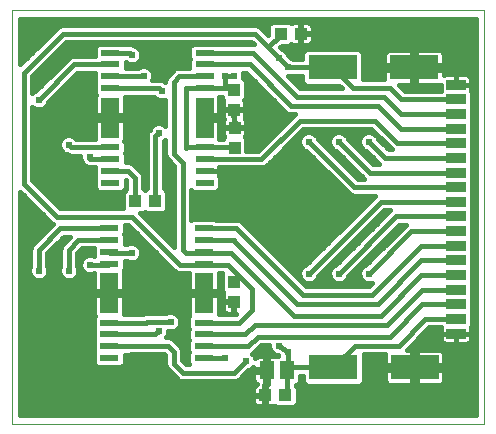
<source format=gtl>
G75*
%MOIN*%
%OFA0B0*%
%FSLAX24Y24*%
%IPPOS*%
%LPD*%
%AMOC8*
5,1,8,0,0,1.08239X$1,22.5*
%
%ADD10C,0.0000*%
%ADD11R,0.0394X0.0433*%
%ADD12R,0.0630X0.0197*%
%ADD13R,0.0630X0.1378*%
%ADD14R,0.0433X0.0394*%
%ADD15R,0.0512X0.0591*%
%ADD16R,0.1614X0.0827*%
%ADD17R,0.0660X0.0320*%
%ADD18C,0.0317*%
%ADD19C,0.0160*%
%ADD20C,0.0238*%
D10*
X010976Y000180D02*
X010976Y013960D01*
X026724Y013960D01*
X026724Y000180D01*
X010976Y000180D01*
D11*
X018376Y004245D03*
X018376Y004915D03*
X015760Y007605D03*
X015091Y007605D03*
X018401Y009370D03*
X018401Y010040D03*
X018376Y010645D03*
X018376Y011315D03*
D12*
X017400Y011364D03*
X017400Y011758D03*
X017400Y012152D03*
X017400Y012545D03*
X014251Y012545D03*
X014251Y012152D03*
X014251Y011758D03*
X014251Y011364D03*
X014251Y009396D03*
X014251Y009002D03*
X014251Y008608D03*
X014251Y008215D03*
X014226Y006695D03*
X014226Y006302D03*
X014226Y005908D03*
X014226Y005514D03*
X017375Y005514D03*
X017375Y005908D03*
X017375Y006302D03*
X017375Y006695D03*
X017400Y008215D03*
X017400Y008608D03*
X017400Y009002D03*
X017400Y009396D03*
X017375Y003546D03*
X017375Y003152D03*
X017375Y002758D03*
X017375Y002365D03*
X014226Y002365D03*
X014226Y002758D03*
X014226Y003152D03*
X014226Y003546D03*
D13*
X014226Y004530D03*
X017375Y004530D03*
X017400Y010380D03*
X014251Y010380D03*
D14*
X019941Y013180D03*
X020610Y013180D03*
X020085Y001130D03*
X019416Y001130D03*
D15*
X019466Y001955D03*
X020135Y001955D03*
D16*
X021692Y002055D03*
X024409Y002055D03*
X024384Y012055D03*
X021667Y012055D03*
D17*
X025776Y011480D03*
X025776Y010992D03*
X025776Y010504D03*
X025776Y010015D03*
X025776Y009527D03*
X025776Y009039D03*
X025776Y008551D03*
X025776Y008063D03*
X025776Y007574D03*
X025776Y007086D03*
X025776Y006598D03*
X025776Y006110D03*
X025776Y005622D03*
X025776Y005134D03*
X025776Y004645D03*
X025776Y004157D03*
X025776Y003669D03*
X025776Y003181D03*
D18*
X025051Y003280D03*
X025151Y002780D03*
X025651Y002580D03*
X026151Y002580D03*
X025051Y001080D03*
X024351Y001080D03*
X023651Y001080D03*
X023051Y001080D03*
X022551Y001080D03*
X023051Y002080D03*
X019351Y002580D03*
X016551Y003080D03*
X015851Y002180D03*
X015251Y002180D03*
X013451Y003780D03*
X015351Y003980D03*
X016551Y005080D03*
X016051Y005180D03*
X015551Y005180D03*
X015451Y005880D03*
X016151Y006580D03*
X018151Y007280D03*
X018851Y007180D03*
X019351Y006780D03*
X019851Y006280D03*
X020451Y005780D03*
X021051Y006180D03*
X021451Y006580D03*
X021951Y007080D03*
X022351Y007380D03*
X019951Y008880D03*
X020351Y009380D03*
X019551Y009980D03*
X019151Y009580D03*
X018183Y008531D03*
X015051Y009380D03*
X015051Y009880D03*
X013351Y009880D03*
X012251Y009880D03*
X013351Y011180D03*
X013351Y011680D03*
X011951Y011680D03*
X012851Y012580D03*
X011751Y013180D03*
X016751Y012780D03*
X019051Y011480D03*
X019351Y011080D03*
X020551Y011580D03*
X023051Y012080D03*
X024351Y011380D03*
X025751Y012080D03*
X026251Y012080D03*
X025551Y012580D03*
X022351Y009880D03*
X021351Y009880D03*
X014251Y007580D03*
X012451Y008080D03*
X013351Y005080D03*
D19*
X013395Y005210D02*
X013512Y005161D01*
X013639Y005161D01*
X013731Y005199D01*
X013731Y004607D01*
X014148Y004607D01*
X014148Y004453D01*
X013731Y004453D01*
X013731Y003817D01*
X013743Y003772D01*
X013748Y003764D01*
X013711Y003727D01*
X013711Y003364D01*
X013726Y003349D01*
X013711Y003333D01*
X013711Y002971D01*
X013726Y002955D01*
X013711Y002940D01*
X013711Y002577D01*
X013726Y002561D01*
X013711Y002546D01*
X013711Y002183D01*
X013828Y002066D01*
X014624Y002066D01*
X014741Y002183D01*
X014741Y002478D01*
X014910Y002478D01*
X014962Y002500D01*
X016060Y002500D01*
X016096Y002464D01*
X016096Y002124D01*
X016138Y002021D01*
X016438Y001721D01*
X016517Y001643D01*
X016620Y001600D01*
X018431Y001600D01*
X018534Y001643D01*
X018862Y001970D01*
X018956Y002010D01*
X019030Y002083D01*
X019030Y002003D01*
X019418Y002003D01*
X019418Y002430D01*
X019186Y002430D01*
X019141Y002418D01*
X019100Y002394D01*
X019081Y002376D01*
X019046Y002461D01*
X018994Y002513D01*
X019013Y002521D01*
X019091Y002600D01*
X019292Y002800D01*
X019557Y002800D01*
X019557Y002717D01*
X019605Y002599D01*
X019695Y002510D01*
X019812Y002461D01*
X019849Y002461D01*
X019865Y002450D01*
X019796Y002450D01*
X019770Y002424D01*
X019746Y002430D01*
X019514Y002430D01*
X019514Y002003D01*
X019418Y002003D01*
X019418Y001907D01*
X019514Y001907D01*
X019514Y001507D01*
X019434Y001507D01*
X019434Y001148D01*
X019398Y001148D01*
X019398Y001480D01*
X019418Y001480D01*
X019418Y001907D01*
X019030Y001907D01*
X019030Y001636D01*
X019042Y001590D01*
X019066Y001549D01*
X019100Y001516D01*
X019134Y001496D01*
X019130Y001495D01*
X019089Y001471D01*
X019055Y001437D01*
X019032Y001396D01*
X019019Y001351D01*
X019019Y001148D01*
X019398Y001148D01*
X019398Y001112D01*
X019434Y001112D01*
X019434Y000753D01*
X019656Y000753D01*
X019702Y000765D01*
X019735Y000784D01*
X019786Y000733D01*
X020385Y000733D01*
X020502Y000850D01*
X020502Y001410D01*
X020452Y001460D01*
X020474Y001460D01*
X020591Y001577D01*
X020591Y001775D01*
X020685Y001775D01*
X020685Y001559D01*
X020802Y001442D01*
X022582Y001442D01*
X022699Y001559D01*
X022699Y002500D01*
X023424Y002500D01*
X023422Y002492D01*
X023422Y002135D01*
X024329Y002135D01*
X024329Y002648D01*
X024140Y002648D01*
X024881Y003389D01*
X025272Y003389D01*
X025266Y003364D01*
X025266Y003181D01*
X025776Y003181D01*
X026286Y003181D01*
X026286Y003364D01*
X026277Y003397D01*
X026306Y003426D01*
X026306Y003912D01*
X026304Y003913D01*
X026306Y003914D01*
X026306Y004400D01*
X026304Y004401D01*
X026306Y004403D01*
X026306Y004888D01*
X026304Y004889D01*
X026306Y004891D01*
X026306Y005376D01*
X026304Y005378D01*
X026306Y005379D01*
X026306Y005865D01*
X026304Y005866D01*
X026306Y005867D01*
X026306Y006353D01*
X026304Y006354D01*
X026306Y006355D01*
X026306Y006841D01*
X026304Y006842D01*
X026306Y006843D01*
X026306Y007329D01*
X026304Y007330D01*
X026306Y007332D01*
X026306Y007817D01*
X026304Y007819D01*
X026306Y007820D01*
X026306Y008306D01*
X026304Y008307D01*
X026306Y008308D01*
X026306Y008794D01*
X026304Y008795D01*
X026306Y008796D01*
X026306Y009282D01*
X026304Y009283D01*
X026306Y009284D01*
X026306Y009770D01*
X026304Y009771D01*
X026306Y009773D01*
X026306Y010258D01*
X026304Y010260D01*
X026306Y010261D01*
X026306Y010746D01*
X026304Y010748D01*
X026306Y010749D01*
X026306Y011235D01*
X026277Y011263D01*
X026286Y011296D01*
X026286Y011480D01*
X026286Y011664D01*
X026273Y011709D01*
X026250Y011751D01*
X026216Y011784D01*
X026175Y011808D01*
X026129Y011820D01*
X025776Y011820D01*
X025776Y011480D01*
X026286Y011480D01*
X025776Y011480D01*
X025776Y011480D01*
X025776Y011480D01*
X025776Y011820D01*
X025422Y011820D01*
X025376Y011808D01*
X025371Y011805D01*
X025371Y011975D01*
X024464Y011975D01*
X024464Y012135D01*
X025371Y012135D01*
X025371Y012492D01*
X025359Y012538D01*
X025335Y012579D01*
X025301Y012612D01*
X025260Y012636D01*
X025215Y012648D01*
X024464Y012648D01*
X024464Y012135D01*
X024304Y012135D01*
X024304Y012648D01*
X023553Y012648D01*
X023507Y012636D01*
X023466Y012612D01*
X023433Y012579D01*
X023409Y012538D01*
X023397Y012492D01*
X023397Y012135D01*
X024304Y012135D01*
X024304Y011975D01*
X024464Y011975D01*
X024464Y011462D01*
X025215Y011462D01*
X025260Y011474D01*
X025266Y011477D01*
X025266Y011296D01*
X025272Y011272D01*
X024080Y011272D01*
X023890Y011462D01*
X024304Y011462D01*
X024304Y011975D01*
X023397Y011975D01*
X023397Y011660D01*
X022674Y011660D01*
X022674Y012551D01*
X022557Y012668D01*
X020777Y012668D01*
X020660Y012551D01*
X020660Y012335D01*
X020372Y012335D01*
X020356Y012350D01*
X020262Y012390D01*
X020185Y012466D01*
X020146Y012561D01*
X020056Y012650D01*
X019962Y012690D01*
X019922Y012730D01*
X019975Y012783D01*
X020240Y012783D01*
X020291Y012834D01*
X020324Y012815D01*
X020370Y012803D01*
X020592Y012803D01*
X020592Y013162D01*
X020629Y013162D01*
X020629Y013198D01*
X021007Y013198D01*
X021007Y013401D01*
X020995Y013446D01*
X020971Y013487D01*
X020937Y013521D01*
X020896Y013545D01*
X020850Y013557D01*
X020629Y013557D01*
X020629Y013198D01*
X020592Y013198D01*
X020592Y013557D01*
X020370Y013557D01*
X020324Y013545D01*
X020291Y013526D01*
X020240Y013577D01*
X019642Y013577D01*
X019524Y013460D01*
X019524Y013127D01*
X019234Y013417D01*
X019131Y013460D01*
X012620Y013460D01*
X012517Y013417D01*
X012438Y013339D01*
X012438Y013339D01*
X011256Y012156D01*
X011256Y013680D01*
X026444Y013680D01*
X026444Y000460D01*
X011256Y000460D01*
X011256Y007904D01*
X012317Y006843D01*
X012335Y006835D01*
X011717Y006217D01*
X011638Y006139D01*
X011596Y006036D01*
X011596Y005438D01*
X011557Y005343D01*
X011557Y005217D01*
X011605Y005099D01*
X011695Y005010D01*
X011812Y004961D01*
X011939Y004961D01*
X012056Y005010D01*
X012146Y005099D01*
X012195Y005217D01*
X012195Y005343D01*
X012156Y005438D01*
X012156Y005864D01*
X012707Y006415D01*
X012915Y006415D01*
X012717Y006217D01*
X012638Y006139D01*
X012596Y006036D01*
X012596Y005438D01*
X012557Y005343D01*
X012557Y005217D01*
X012605Y005099D01*
X012695Y005010D01*
X012812Y004961D01*
X012939Y004961D01*
X013056Y005010D01*
X013146Y005099D01*
X013195Y005217D01*
X013195Y005343D01*
X013156Y005438D01*
X013156Y005864D01*
X013313Y006022D01*
X013711Y006022D01*
X013711Y005769D01*
X013639Y005799D01*
X013512Y005799D01*
X013395Y005750D01*
X013305Y005661D01*
X013257Y005543D01*
X013257Y005417D01*
X013305Y005299D01*
X013395Y005210D01*
X013352Y005252D02*
X013195Y005252D01*
X013167Y005411D02*
X013259Y005411D01*
X013267Y005569D02*
X013156Y005569D01*
X013156Y005728D02*
X013372Y005728D01*
X013178Y005886D02*
X013711Y005886D01*
X013576Y005480D02*
X014192Y005480D01*
X014226Y005514D01*
X014254Y005880D02*
X014976Y005880D01*
X015295Y005886D02*
X015774Y005886D01*
X015932Y005728D02*
X015258Y005728D01*
X015246Y005699D02*
X015295Y005817D01*
X015295Y005943D01*
X015246Y006061D01*
X015156Y006150D01*
X015039Y006199D01*
X014912Y006199D01*
X014818Y006160D01*
X014741Y006160D01*
X014741Y006483D01*
X014725Y006499D01*
X014741Y006514D01*
X014741Y006800D01*
X014860Y006800D01*
X016417Y005243D01*
X016520Y005200D01*
X016880Y005200D01*
X016880Y004607D01*
X017298Y004607D01*
X017298Y004453D01*
X016880Y004453D01*
X016880Y003817D01*
X016893Y003772D01*
X016897Y003764D01*
X016860Y003727D01*
X016860Y003364D01*
X016876Y003349D01*
X016860Y003333D01*
X016860Y002971D01*
X016876Y002955D01*
X016860Y002940D01*
X016860Y002577D01*
X016876Y002561D01*
X016860Y002546D01*
X016860Y002183D01*
X016884Y002160D01*
X016792Y002160D01*
X016656Y002296D01*
X016656Y002636D01*
X016613Y002739D01*
X016534Y002817D01*
X016334Y003017D01*
X016231Y003060D01*
X016107Y003060D01*
X016146Y003099D01*
X016195Y003217D01*
X016195Y003268D01*
X016212Y003261D01*
X016339Y003261D01*
X016456Y003310D01*
X016546Y003399D01*
X016595Y003517D01*
X016595Y003643D01*
X016546Y003761D01*
X016456Y003850D01*
X016339Y003899D01*
X016212Y003899D01*
X016118Y003860D01*
X015420Y003860D01*
X015337Y003826D01*
X014721Y003826D01*
X014721Y004453D01*
X014303Y004453D01*
X014303Y004607D01*
X014721Y004607D01*
X014721Y005243D01*
X014708Y005288D01*
X014704Y005296D01*
X014741Y005333D01*
X014741Y005600D01*
X014818Y005600D01*
X014912Y005561D01*
X015039Y005561D01*
X015156Y005610D01*
X015246Y005699D01*
X015059Y005569D02*
X016091Y005569D01*
X016249Y005411D02*
X014741Y005411D01*
X014741Y005569D02*
X014893Y005569D01*
X014718Y005252D02*
X016408Y005252D01*
X016576Y005480D02*
X014976Y007080D01*
X012476Y007080D01*
X011376Y008180D01*
X011376Y011880D01*
X012676Y013180D01*
X019076Y013180D01*
X019526Y012730D01*
X019941Y013145D01*
X019941Y013180D01*
X019524Y013177D02*
X019475Y013177D01*
X019524Y013336D02*
X019316Y013336D01*
X019559Y013494D02*
X011256Y013494D01*
X011256Y013336D02*
X012435Y013336D01*
X012277Y013177D02*
X011256Y013177D01*
X011256Y013019D02*
X012118Y013019D01*
X011960Y012860D02*
X011256Y012860D01*
X011256Y012702D02*
X011801Y012702D01*
X011643Y012543D02*
X011256Y012543D01*
X011256Y012385D02*
X011484Y012385D01*
X011326Y012226D02*
X011256Y012226D01*
X011656Y011764D02*
X012792Y012900D01*
X018960Y012900D01*
X019034Y012825D01*
X017817Y012825D01*
X017798Y012844D01*
X017003Y012844D01*
X016885Y012727D01*
X016885Y012364D01*
X016901Y012349D01*
X016885Y012333D01*
X016885Y012038D01*
X016498Y012038D01*
X016395Y011995D01*
X016316Y011917D01*
X016316Y011917D01*
X016217Y011817D01*
X016138Y011739D01*
X016096Y011636D01*
X016096Y011576D01*
X016062Y011590D01*
X016050Y011602D01*
X015947Y011644D01*
X015665Y011644D01*
X015695Y011717D01*
X015695Y011843D01*
X015646Y011961D01*
X015556Y012050D01*
X015439Y012099D01*
X015312Y012099D01*
X015195Y012050D01*
X015182Y012038D01*
X014766Y012038D01*
X014766Y012239D01*
X014795Y012210D01*
X014912Y012161D01*
X015039Y012161D01*
X015156Y012210D01*
X015246Y012299D01*
X015295Y012417D01*
X015295Y012543D01*
X016885Y012543D01*
X016885Y012385D02*
X015281Y012385D01*
X015295Y012543D02*
X015246Y012661D01*
X015156Y012750D01*
X015039Y012799D01*
X015029Y012799D01*
X014966Y012825D01*
X014667Y012825D01*
X014649Y012844D01*
X013853Y012844D01*
X013736Y012727D01*
X013736Y012432D01*
X012992Y012432D01*
X012889Y012389D01*
X012810Y012310D01*
X011789Y011290D01*
X011695Y011250D01*
X011656Y011211D01*
X011656Y011764D01*
X011656Y011751D02*
X012250Y011751D01*
X012409Y011909D02*
X011801Y011909D01*
X011959Y012068D02*
X012567Y012068D01*
X012726Y012226D02*
X012118Y012226D01*
X012276Y012385D02*
X012884Y012385D01*
X013047Y012152D02*
X014251Y012152D01*
X014251Y011758D02*
X015298Y011758D01*
X015376Y011780D01*
X015667Y011909D02*
X016309Y011909D01*
X016150Y011751D02*
X015695Y011751D01*
X015515Y012068D02*
X016885Y012068D01*
X016885Y012226D02*
X015173Y012226D01*
X015236Y012068D02*
X014766Y012068D01*
X014766Y012226D02*
X014778Y012226D01*
X014976Y012480D02*
X014910Y012545D01*
X014251Y012545D01*
X013736Y012543D02*
X012435Y012543D01*
X012593Y012702D02*
X013736Y012702D01*
X013047Y012152D02*
X011876Y010980D01*
X011754Y011275D02*
X011656Y011275D01*
X011656Y011434D02*
X011933Y011434D01*
X012092Y011592D02*
X011656Y011592D01*
X012250Y010958D02*
X013756Y010958D01*
X013756Y011093D02*
X013756Y010457D01*
X014173Y010457D01*
X014173Y010303D01*
X013756Y010303D01*
X013756Y009676D01*
X013131Y009676D01*
X013056Y009750D01*
X012939Y009799D01*
X012812Y009799D01*
X012695Y009750D01*
X012605Y009661D01*
X012557Y009543D01*
X012557Y009417D01*
X012605Y009299D01*
X012695Y009210D01*
X012789Y009170D01*
X012801Y009158D01*
X012904Y009116D01*
X013257Y009116D01*
X013257Y009017D01*
X013305Y008899D01*
X013360Y008845D01*
X013360Y008843D01*
X013388Y008816D01*
X013412Y008785D01*
X013427Y008777D01*
X013439Y008765D01*
X013475Y008750D01*
X013510Y008730D01*
X013526Y008729D01*
X013542Y008722D01*
X013581Y008722D01*
X013620Y008717D01*
X013636Y008722D01*
X013736Y008722D01*
X013736Y008427D01*
X013751Y008411D01*
X013736Y008396D01*
X013736Y008033D01*
X013853Y007916D01*
X014649Y007916D01*
X014766Y008033D01*
X014766Y008294D01*
X014796Y008264D01*
X014796Y008006D01*
X014694Y007904D01*
X014694Y007360D01*
X012592Y007360D01*
X011656Y008296D01*
X011656Y010749D01*
X011695Y010710D01*
X011812Y010661D01*
X011939Y010661D01*
X012056Y010710D01*
X012146Y010799D01*
X012185Y010894D01*
X013163Y011872D01*
X013736Y011872D01*
X013736Y011577D01*
X013751Y011561D01*
X013736Y011546D01*
X013736Y011183D01*
X013773Y011146D01*
X013768Y011138D01*
X013756Y011093D01*
X013762Y011117D02*
X012408Y011117D01*
X012567Y011275D02*
X013736Y011275D01*
X013736Y011434D02*
X012725Y011434D01*
X012884Y011592D02*
X013736Y011592D01*
X013736Y011751D02*
X013042Y011751D01*
X014251Y011364D02*
X015891Y011364D01*
X015976Y011280D01*
X016096Y010984D02*
X016096Y010111D01*
X016056Y010150D01*
X015939Y010199D01*
X015812Y010199D01*
X015695Y010150D01*
X015605Y010061D01*
X015566Y009966D01*
X015523Y009923D01*
X015480Y009820D01*
X015480Y008021D01*
X015426Y007967D01*
X015371Y008022D01*
X015356Y008022D01*
X015356Y008436D01*
X015313Y008539D01*
X015234Y008617D01*
X015006Y008846D01*
X014903Y008888D01*
X014766Y008888D01*
X014766Y009183D01*
X014750Y009199D01*
X014766Y009214D01*
X014766Y009577D01*
X014729Y009614D01*
X014733Y009622D01*
X014746Y009667D01*
X014746Y010303D01*
X014328Y010303D01*
X014328Y010457D01*
X014746Y010457D01*
X014746Y011084D01*
X015720Y011084D01*
X015795Y011010D01*
X015912Y010961D01*
X016039Y010961D01*
X016096Y010984D01*
X016096Y010958D02*
X014746Y010958D01*
X014746Y010800D02*
X016096Y010800D01*
X016096Y010641D02*
X014746Y010641D01*
X014746Y010483D02*
X016096Y010483D01*
X016096Y010324D02*
X014328Y010324D01*
X014173Y010324D02*
X011656Y010324D01*
X011656Y010166D02*
X013756Y010166D01*
X013756Y010007D02*
X011656Y010007D01*
X011656Y009849D02*
X013756Y009849D01*
X013756Y009690D02*
X013117Y009690D01*
X012876Y009480D02*
X012960Y009396D01*
X014251Y009396D01*
X014251Y009002D02*
X013598Y009002D01*
X013576Y009080D01*
X013257Y009056D02*
X011656Y009056D01*
X011656Y008898D02*
X013307Y008898D01*
X013494Y008739D02*
X011656Y008739D01*
X011656Y008581D02*
X013736Y008581D01*
X013741Y008422D02*
X011656Y008422D01*
X011688Y008264D02*
X013736Y008264D01*
X013736Y008105D02*
X011847Y008105D01*
X012005Y007947D02*
X013823Y007947D01*
X014251Y008608D02*
X014847Y008608D01*
X015076Y008380D01*
X015076Y007620D01*
X015091Y007605D01*
X014694Y007630D02*
X012322Y007630D01*
X012164Y007788D02*
X014694Y007788D01*
X014679Y007947D02*
X014736Y007947D01*
X014766Y008105D02*
X014796Y008105D01*
X014796Y008264D02*
X014766Y008264D01*
X015356Y008264D02*
X015480Y008264D01*
X015480Y008422D02*
X015356Y008422D01*
X015271Y008581D02*
X015480Y008581D01*
X015480Y008739D02*
X015113Y008739D01*
X014766Y008898D02*
X015480Y008898D01*
X015480Y009056D02*
X014766Y009056D01*
X014766Y009215D02*
X015480Y009215D01*
X015480Y009373D02*
X014766Y009373D01*
X014766Y009532D02*
X015480Y009532D01*
X015480Y009690D02*
X014746Y009690D01*
X014746Y009849D02*
X015492Y009849D01*
X015583Y010007D02*
X014746Y010007D01*
X014746Y010166D02*
X015731Y010166D01*
X016020Y010166D02*
X016096Y010166D01*
X015876Y009880D02*
X015760Y009765D01*
X015760Y007605D01*
X016157Y007630D02*
X016396Y007630D01*
X016396Y007788D02*
X016157Y007788D01*
X016157Y007904D02*
X016040Y008021D01*
X016040Y009603D01*
X016056Y009610D01*
X016096Y009649D01*
X016096Y009124D01*
X016138Y009021D01*
X016396Y008764D01*
X016396Y006056D01*
X015263Y007188D01*
X015371Y007188D01*
X015426Y007243D01*
X015481Y007188D01*
X016040Y007188D01*
X016157Y007306D01*
X016157Y007904D01*
X016115Y007947D02*
X016396Y007947D01*
X016396Y008105D02*
X016040Y008105D01*
X016040Y008264D02*
X016396Y008264D01*
X016396Y008422D02*
X016040Y008422D01*
X016040Y008581D02*
X016396Y008581D01*
X016396Y008739D02*
X016040Y008739D01*
X016040Y008898D02*
X016262Y008898D01*
X016124Y009056D02*
X016040Y009056D01*
X016040Y009215D02*
X016096Y009215D01*
X016096Y009373D02*
X016040Y009373D01*
X016040Y009532D02*
X016096Y009532D01*
X016776Y009380D02*
X016791Y009396D01*
X017400Y009396D01*
X018326Y009396D01*
X018401Y009370D01*
X018797Y009373D02*
X019273Y009373D01*
X019182Y009282D02*
X018797Y009282D01*
X018797Y009670D01*
X018746Y009721D01*
X018765Y009754D01*
X018777Y009799D01*
X018777Y010021D01*
X018419Y010021D01*
X018419Y010058D01*
X018777Y010058D01*
X018777Y010280D01*
X018765Y010326D01*
X018742Y010366D01*
X018752Y010405D01*
X018752Y010627D01*
X018394Y010627D01*
X018394Y010664D01*
X018752Y010664D01*
X018752Y010886D01*
X018740Y010931D01*
X018721Y010964D01*
X018772Y011015D01*
X018772Y011614D01*
X018687Y011699D01*
X018695Y011717D01*
X018695Y011843D01*
X018683Y011872D01*
X018788Y011872D01*
X020117Y010543D01*
X020220Y010500D01*
X020400Y010500D01*
X019182Y009282D01*
X019298Y009002D02*
X017400Y009002D01*
X017895Y008722D02*
X019353Y008722D01*
X019456Y008765D01*
X019535Y008843D01*
X020692Y010000D01*
X022960Y010000D01*
X023641Y009319D01*
X023533Y009319D01*
X023185Y009666D01*
X023146Y009761D01*
X023056Y009850D01*
X022939Y009899D01*
X022812Y009899D01*
X022695Y009850D01*
X022605Y009761D01*
X022557Y009643D01*
X022557Y009517D01*
X022605Y009399D01*
X022695Y009310D01*
X022789Y009270D01*
X023229Y008831D01*
X023021Y008831D01*
X022185Y009666D01*
X022146Y009761D01*
X022056Y009850D01*
X021939Y009899D01*
X021812Y009899D01*
X021695Y009850D01*
X021605Y009761D01*
X021557Y009643D01*
X021557Y009517D01*
X021605Y009399D01*
X021695Y009310D01*
X021789Y009270D01*
X022717Y008343D01*
X022509Y008343D01*
X021185Y009666D01*
X021146Y009761D01*
X021056Y009850D01*
X020939Y009899D01*
X020812Y009899D01*
X020695Y009850D01*
X020605Y009761D01*
X020557Y009643D01*
X020557Y009517D01*
X020605Y009399D01*
X020695Y009310D01*
X020789Y009270D01*
X022234Y007825D01*
X022337Y007783D01*
X023082Y007783D01*
X020789Y005490D01*
X020695Y005450D01*
X020605Y005361D01*
X020557Y005243D01*
X020557Y005117D01*
X020605Y004999D01*
X020695Y004910D01*
X020812Y004861D01*
X020939Y004861D01*
X021056Y004910D01*
X021146Y004999D01*
X021185Y005094D01*
X023386Y007294D01*
X023594Y007294D01*
X021789Y005490D01*
X021695Y005450D01*
X021605Y005361D01*
X021557Y005243D01*
X021557Y005117D01*
X021605Y004999D01*
X021695Y004910D01*
X021812Y004861D01*
X021939Y004861D01*
X022056Y004910D01*
X022146Y004999D01*
X022185Y005094D01*
X023898Y006806D01*
X024106Y006806D01*
X022789Y005490D01*
X022695Y005450D01*
X022605Y005361D01*
X022557Y005243D01*
X022557Y005117D01*
X022605Y004999D01*
X022695Y004910D01*
X022812Y004861D01*
X022939Y004861D01*
X022976Y004876D01*
X022860Y004760D01*
X020792Y004760D01*
X018698Y006854D01*
X018619Y006933D01*
X018516Y006975D01*
X017792Y006975D01*
X017773Y006994D01*
X016978Y006994D01*
X016956Y006972D01*
X016956Y007963D01*
X017003Y007916D01*
X017798Y007916D01*
X017915Y008033D01*
X017915Y008396D01*
X017879Y008433D01*
X017883Y008440D01*
X017895Y008486D01*
X017895Y008608D01*
X017400Y008608D01*
X017400Y008608D01*
X017895Y008608D01*
X017895Y008722D01*
X017895Y008581D02*
X021479Y008581D01*
X021321Y008739D02*
X019394Y008739D01*
X019589Y008898D02*
X021162Y008898D01*
X021004Y009056D02*
X019748Y009056D01*
X019906Y009215D02*
X020845Y009215D01*
X020631Y009373D02*
X020065Y009373D01*
X020223Y009532D02*
X020557Y009532D01*
X020576Y009690D02*
X020382Y009690D01*
X020540Y009849D02*
X020693Y009849D01*
X020876Y009580D02*
X022393Y008063D01*
X025776Y008063D01*
X026306Y008105D02*
X026444Y008105D01*
X026444Y007947D02*
X026306Y007947D01*
X026306Y007788D02*
X026444Y007788D01*
X026444Y007630D02*
X026306Y007630D01*
X026306Y007471D02*
X026444Y007471D01*
X026444Y007313D02*
X026306Y007313D01*
X026306Y007154D02*
X026444Y007154D01*
X026444Y006996D02*
X026306Y006996D01*
X026306Y006837D02*
X026444Y006837D01*
X026444Y006679D02*
X026306Y006679D01*
X026306Y006520D02*
X026444Y006520D01*
X026444Y006362D02*
X026306Y006362D01*
X026306Y006203D02*
X026444Y006203D01*
X026444Y006045D02*
X026306Y006045D01*
X026306Y005886D02*
X026444Y005886D01*
X026444Y005728D02*
X026306Y005728D01*
X026306Y005569D02*
X026444Y005569D01*
X026444Y005411D02*
X026306Y005411D01*
X026306Y005252D02*
X026444Y005252D01*
X026444Y005094D02*
X026306Y005094D01*
X026306Y004935D02*
X026444Y004935D01*
X026444Y004777D02*
X026306Y004777D01*
X026306Y004618D02*
X026444Y004618D01*
X026444Y004460D02*
X026306Y004460D01*
X026306Y004301D02*
X026444Y004301D01*
X026444Y004143D02*
X026306Y004143D01*
X026306Y003984D02*
X026444Y003984D01*
X026444Y003826D02*
X026306Y003826D01*
X026306Y003667D02*
X026444Y003667D01*
X026444Y003509D02*
X026306Y003509D01*
X026286Y003350D02*
X026444Y003350D01*
X026444Y003192D02*
X026286Y003192D01*
X026286Y003181D02*
X025776Y003181D01*
X025776Y003181D01*
X025776Y002841D01*
X026129Y002841D01*
X026175Y002853D01*
X026216Y002877D01*
X026250Y002910D01*
X026273Y002951D01*
X026286Y002997D01*
X026286Y003181D01*
X026286Y003033D02*
X026444Y003033D01*
X026444Y002875D02*
X026212Y002875D01*
X026444Y002716D02*
X024208Y002716D01*
X024329Y002558D02*
X024489Y002558D01*
X024489Y002648D02*
X024489Y002135D01*
X025396Y002135D01*
X025396Y002492D01*
X025384Y002538D01*
X025360Y002579D01*
X025326Y002612D01*
X025285Y002636D01*
X025240Y002648D01*
X024489Y002648D01*
X024489Y002399D02*
X024329Y002399D01*
X024329Y002241D02*
X024489Y002241D01*
X024489Y002135D02*
X024329Y002135D01*
X024329Y001975D01*
X024489Y001975D01*
X024489Y002135D01*
X024489Y002082D02*
X026444Y002082D01*
X026444Y001924D02*
X025396Y001924D01*
X025396Y001975D02*
X024489Y001975D01*
X024489Y001462D01*
X025240Y001462D01*
X025285Y001474D01*
X025326Y001498D01*
X025360Y001531D01*
X025384Y001572D01*
X025396Y001618D01*
X025396Y001975D01*
X025396Y001765D02*
X026444Y001765D01*
X026444Y001607D02*
X025393Y001607D01*
X024489Y001607D02*
X024329Y001607D01*
X024329Y001462D02*
X024329Y001975D01*
X023422Y001975D01*
X023422Y001618D01*
X023434Y001572D01*
X023458Y001531D01*
X023491Y001498D01*
X023532Y001474D01*
X023578Y001462D01*
X024329Y001462D01*
X024329Y001765D02*
X024489Y001765D01*
X024489Y001924D02*
X024329Y001924D01*
X024329Y002082D02*
X022699Y002082D01*
X022699Y001924D02*
X023422Y001924D01*
X023422Y001765D02*
X022699Y001765D01*
X022699Y001607D02*
X023425Y001607D01*
X022589Y001448D02*
X026444Y001448D01*
X026444Y001290D02*
X020502Y001290D01*
X020502Y001131D02*
X026444Y001131D01*
X026444Y000973D02*
X020502Y000973D01*
X020465Y000814D02*
X026444Y000814D01*
X026444Y000656D02*
X011256Y000656D01*
X011256Y000814D02*
X019064Y000814D01*
X019055Y000823D02*
X019089Y000789D01*
X019130Y000765D01*
X019176Y000753D01*
X019398Y000753D01*
X019398Y001112D01*
X019019Y001112D01*
X019019Y000909D01*
X019032Y000864D01*
X019055Y000823D01*
X019019Y000973D02*
X011256Y000973D01*
X011256Y001131D02*
X019398Y001131D01*
X019398Y000973D02*
X019434Y000973D01*
X019434Y000814D02*
X019398Y000814D01*
X019398Y001290D02*
X019434Y001290D01*
X019434Y001448D02*
X019398Y001448D01*
X019418Y001607D02*
X019514Y001607D01*
X019514Y001765D02*
X019418Y001765D01*
X019418Y001924D02*
X018815Y001924D01*
X018657Y001765D02*
X019030Y001765D01*
X019038Y001607D02*
X018447Y001607D01*
X018376Y001880D02*
X018776Y002280D01*
X019072Y002399D02*
X019108Y002399D01*
X019049Y002558D02*
X019647Y002558D01*
X019557Y002716D02*
X019208Y002716D01*
X018854Y002758D02*
X017375Y002758D01*
X017375Y003152D02*
X018748Y003152D01*
X019076Y003480D01*
X023476Y003480D01*
X024641Y004645D01*
X025776Y004645D01*
X025776Y005134D02*
X024629Y005134D01*
X023276Y003780D01*
X020376Y003780D01*
X018276Y005880D01*
X017347Y005880D01*
X017375Y005908D01*
X017347Y005880D02*
X016776Y005880D01*
X016676Y005980D01*
X016676Y008880D01*
X016376Y009180D01*
X016376Y011580D01*
X016554Y011758D01*
X017400Y011758D01*
X017400Y012152D02*
X018904Y012152D01*
X020276Y010780D01*
X023176Y010780D01*
X023940Y010015D01*
X025776Y010015D01*
X025776Y009527D02*
X023828Y009527D01*
X023076Y010280D01*
X020576Y010280D01*
X019298Y009002D01*
X019431Y009532D02*
X018797Y009532D01*
X018777Y009690D02*
X019590Y009690D01*
X019748Y009849D02*
X018777Y009849D01*
X018777Y010007D02*
X019907Y010007D01*
X020065Y010166D02*
X018777Y010166D01*
X018766Y010324D02*
X020224Y010324D01*
X020382Y010483D02*
X018752Y010483D01*
X018752Y010800D02*
X019860Y010800D01*
X019702Y010958D02*
X018725Y010958D01*
X018772Y011117D02*
X019543Y011117D01*
X019385Y011275D02*
X018772Y011275D01*
X018772Y011434D02*
X019226Y011434D01*
X019068Y011592D02*
X018772Y011592D01*
X018695Y011751D02*
X018909Y011751D01*
X018376Y011780D02*
X018076Y011780D01*
X018076Y011380D01*
X018326Y011364D02*
X018376Y011315D01*
X018326Y011364D02*
X017400Y011364D01*
X017385Y011380D01*
X016776Y011380D01*
X016776Y009380D01*
X017895Y009676D02*
X017895Y010303D01*
X017478Y010303D01*
X017478Y010457D01*
X017895Y010457D01*
X017895Y011084D01*
X017979Y011084D01*
X017979Y011015D01*
X018030Y010964D01*
X018011Y010931D01*
X017999Y010886D01*
X017999Y010664D01*
X018357Y010664D01*
X018357Y010627D01*
X017999Y010627D01*
X017999Y010405D01*
X018011Y010359D01*
X018034Y010319D01*
X018024Y010280D01*
X018024Y010058D01*
X018382Y010058D01*
X018382Y010021D01*
X018024Y010021D01*
X018024Y009799D01*
X018036Y009754D01*
X018055Y009721D01*
X018010Y009676D01*
X017895Y009676D01*
X017895Y009690D02*
X018024Y009690D01*
X018024Y009849D02*
X017895Y009849D01*
X017895Y010007D02*
X018024Y010007D01*
X018024Y010166D02*
X017895Y010166D01*
X018031Y010324D02*
X017478Y010324D01*
X017895Y010483D02*
X017999Y010483D01*
X017895Y010641D02*
X018357Y010641D01*
X018357Y010627D02*
X018394Y010627D01*
X018394Y010249D01*
X018419Y010249D01*
X018419Y010058D01*
X018382Y010058D01*
X018382Y010436D01*
X018357Y010436D01*
X018357Y010627D01*
X018394Y010641D02*
X020019Y010641D01*
X020476Y011080D02*
X019010Y012545D01*
X017400Y012545D01*
X016885Y012702D02*
X015205Y012702D01*
X016060Y011592D02*
X016096Y011592D01*
X017895Y010958D02*
X018026Y010958D01*
X017999Y010800D02*
X017895Y010800D01*
X018357Y010483D02*
X018394Y010483D01*
X018382Y010324D02*
X018394Y010324D01*
X018382Y010166D02*
X018419Y010166D01*
X020476Y011080D02*
X023376Y011080D01*
X023952Y010504D01*
X025776Y010504D01*
X026306Y010483D02*
X026444Y010483D01*
X026444Y010641D02*
X026306Y010641D01*
X026306Y010800D02*
X026444Y010800D01*
X026444Y010958D02*
X026306Y010958D01*
X026306Y011117D02*
X026444Y011117D01*
X026444Y011275D02*
X026280Y011275D01*
X026286Y011434D02*
X026444Y011434D01*
X026444Y011592D02*
X026286Y011592D01*
X026250Y011751D02*
X026444Y011751D01*
X026444Y011909D02*
X025371Y011909D01*
X025371Y012226D02*
X026444Y012226D01*
X026444Y012068D02*
X024464Y012068D01*
X024464Y012226D02*
X024304Y012226D01*
X024304Y012068D02*
X022674Y012068D01*
X022674Y012226D02*
X023397Y012226D01*
X023397Y012385D02*
X022674Y012385D01*
X022674Y012543D02*
X023412Y012543D01*
X024304Y012543D02*
X024464Y012543D01*
X024464Y012385D02*
X024304Y012385D01*
X024304Y011909D02*
X024464Y011909D01*
X024464Y011751D02*
X024304Y011751D01*
X024304Y011592D02*
X024464Y011592D01*
X024077Y011275D02*
X025271Y011275D01*
X025266Y011434D02*
X023918Y011434D01*
X023576Y011380D02*
X022342Y011380D01*
X021667Y012055D01*
X020201Y012055D01*
X020176Y012080D01*
X019876Y012380D01*
X019526Y012730D01*
X019950Y012702D02*
X026444Y012702D01*
X026444Y012860D02*
X020958Y012860D01*
X020971Y012873D02*
X020995Y012914D01*
X021007Y012959D01*
X021007Y013162D01*
X020629Y013162D01*
X020629Y012803D01*
X020850Y012803D01*
X020896Y012815D01*
X020937Y012839D01*
X020971Y012873D01*
X021007Y013019D02*
X026444Y013019D01*
X026444Y013177D02*
X020629Y013177D01*
X020629Y013019D02*
X020592Y013019D01*
X020592Y012860D02*
X020629Y012860D01*
X020660Y012543D02*
X020153Y012543D01*
X020274Y012385D02*
X020660Y012385D01*
X020660Y011775D02*
X020273Y011775D01*
X020239Y011761D01*
X020191Y011761D01*
X020592Y011360D01*
X021966Y011360D01*
X021885Y011442D01*
X020777Y011442D01*
X020660Y011559D01*
X020660Y011775D01*
X020660Y011751D02*
X020201Y011751D01*
X020360Y011592D02*
X020660Y011592D01*
X020518Y011434D02*
X021893Y011434D01*
X022674Y011751D02*
X023397Y011751D01*
X023397Y011909D02*
X022674Y011909D01*
X023576Y011380D02*
X023964Y010992D01*
X025776Y010992D01*
X025776Y011592D02*
X025776Y011592D01*
X025776Y011751D02*
X025776Y011751D01*
X025371Y012385D02*
X026444Y012385D01*
X026444Y012543D02*
X025356Y012543D01*
X026444Y013336D02*
X021007Y013336D01*
X020964Y013494D02*
X026444Y013494D01*
X026444Y013653D02*
X011256Y013653D01*
X012752Y012860D02*
X019000Y012860D01*
X020592Y013336D02*
X020629Y013336D01*
X020629Y013494D02*
X020592Y013494D01*
X026306Y010324D02*
X026444Y010324D01*
X026444Y010166D02*
X026306Y010166D01*
X026306Y010007D02*
X026444Y010007D01*
X026444Y009849D02*
X026306Y009849D01*
X026306Y009690D02*
X026444Y009690D01*
X026444Y009532D02*
X026306Y009532D01*
X026306Y009373D02*
X026444Y009373D01*
X026444Y009215D02*
X026306Y009215D01*
X026306Y009056D02*
X026444Y009056D01*
X026444Y008898D02*
X026306Y008898D01*
X026306Y008739D02*
X026444Y008739D01*
X026444Y008581D02*
X026306Y008581D01*
X026306Y008422D02*
X026444Y008422D01*
X026444Y008264D02*
X026306Y008264D01*
X025776Y008551D02*
X022905Y008551D01*
X021876Y009580D01*
X022175Y009690D02*
X022576Y009690D01*
X022557Y009532D02*
X022320Y009532D01*
X022479Y009373D02*
X022631Y009373D01*
X022637Y009215D02*
X022845Y009215D01*
X022796Y009056D02*
X023004Y009056D01*
X022954Y008898D02*
X023162Y008898D01*
X023417Y009039D02*
X022876Y009580D01*
X023175Y009690D02*
X023270Y009690D01*
X023320Y009532D02*
X023428Y009532D01*
X023479Y009373D02*
X023587Y009373D01*
X023417Y009039D02*
X025776Y009039D01*
X023111Y009849D02*
X023058Y009849D01*
X022693Y009849D02*
X022058Y009849D01*
X021693Y009849D02*
X021058Y009849D01*
X021175Y009690D02*
X021576Y009690D01*
X021557Y009532D02*
X021320Y009532D01*
X021479Y009373D02*
X021631Y009373D01*
X021637Y009215D02*
X021845Y009215D01*
X021796Y009056D02*
X022004Y009056D01*
X021954Y008898D02*
X022162Y008898D01*
X022113Y008739D02*
X022321Y008739D01*
X022271Y008581D02*
X022479Y008581D01*
X022430Y008422D02*
X022638Y008422D01*
X022113Y007947D02*
X017828Y007947D01*
X017915Y008105D02*
X021955Y008105D01*
X021796Y008264D02*
X017915Y008264D01*
X017889Y008422D02*
X021638Y008422D01*
X022324Y007788D02*
X016956Y007788D01*
X016956Y007630D02*
X022929Y007630D01*
X022771Y007471D02*
X016956Y007471D01*
X016956Y007313D02*
X022612Y007313D01*
X022454Y007154D02*
X016956Y007154D01*
X016956Y006996D02*
X022295Y006996D01*
X022137Y006837D02*
X018715Y006837D01*
X018873Y006679D02*
X021978Y006679D01*
X021820Y006520D02*
X019032Y006520D01*
X019190Y006362D02*
X021661Y006362D01*
X021503Y006203D02*
X019349Y006203D01*
X019507Y006045D02*
X021344Y006045D01*
X021186Y005886D02*
X019666Y005886D01*
X019824Y005728D02*
X021027Y005728D01*
X020869Y005569D02*
X019983Y005569D01*
X020141Y005411D02*
X020655Y005411D01*
X020560Y005252D02*
X020300Y005252D01*
X020458Y005094D02*
X020566Y005094D01*
X020617Y004935D02*
X020669Y004935D01*
X020775Y004777D02*
X022876Y004777D01*
X022669Y004935D02*
X022082Y004935D01*
X022185Y005094D02*
X022566Y005094D01*
X022560Y005252D02*
X022344Y005252D01*
X022502Y005411D02*
X022655Y005411D01*
X022661Y005569D02*
X022869Y005569D01*
X022819Y005728D02*
X023027Y005728D01*
X022978Y005886D02*
X023186Y005886D01*
X023136Y006045D02*
X023344Y006045D01*
X023295Y006203D02*
X023503Y006203D01*
X023453Y006362D02*
X023661Y006362D01*
X023612Y006520D02*
X023820Y006520D01*
X023770Y006679D02*
X023978Y006679D01*
X024294Y006598D02*
X022876Y005180D01*
X022186Y005886D02*
X021978Y005886D01*
X022027Y005728D02*
X021819Y005728D01*
X021869Y005569D02*
X021661Y005569D01*
X021655Y005411D02*
X021502Y005411D01*
X021560Y005252D02*
X021344Y005252D01*
X021185Y005094D02*
X021566Y005094D01*
X021669Y004935D02*
X021082Y004935D01*
X020876Y005180D02*
X023270Y007574D01*
X025776Y007574D01*
X025776Y007086D02*
X023782Y007086D01*
X021876Y005180D01*
X022136Y006045D02*
X022344Y006045D01*
X022295Y006203D02*
X022503Y006203D01*
X022453Y006362D02*
X022661Y006362D01*
X022612Y006520D02*
X022820Y006520D01*
X022770Y006679D02*
X022978Y006679D01*
X022929Y006837D02*
X023137Y006837D01*
X023087Y006996D02*
X023295Y006996D01*
X023246Y007154D02*
X023454Y007154D01*
X024294Y006598D02*
X025776Y006598D01*
X025776Y006110D02*
X024606Y006110D01*
X022976Y004480D01*
X020676Y004480D01*
X018460Y006695D01*
X017375Y006695D01*
X017375Y006302D02*
X018354Y006302D01*
X018362Y006300D01*
X018370Y006296D01*
X018374Y006288D01*
X018376Y006280D01*
X020476Y004180D01*
X023176Y004180D01*
X024617Y005622D01*
X025776Y005622D01*
X025776Y004157D02*
X024653Y004157D01*
X023576Y003080D01*
X019176Y003080D01*
X018854Y002758D01*
X019418Y002399D02*
X019514Y002399D01*
X019514Y002241D02*
X019418Y002241D01*
X019418Y002082D02*
X019514Y002082D01*
X019030Y002082D02*
X019029Y002082D01*
X018376Y001880D02*
X016676Y001880D01*
X016376Y002180D01*
X016376Y002580D01*
X016176Y002780D01*
X014876Y002780D01*
X014854Y002758D01*
X014226Y002758D01*
X014226Y003152D02*
X015748Y003152D01*
X015876Y003280D01*
X016184Y003192D02*
X016860Y003192D01*
X016875Y003350D02*
X016497Y003350D01*
X016591Y003509D02*
X016860Y003509D01*
X016860Y003667D02*
X016585Y003667D01*
X016481Y003826D02*
X016880Y003826D01*
X016880Y003984D02*
X014721Y003984D01*
X014721Y004143D02*
X016880Y004143D01*
X016880Y004301D02*
X014721Y004301D01*
X014721Y004618D02*
X016880Y004618D01*
X016880Y004777D02*
X014721Y004777D01*
X014721Y004935D02*
X016880Y004935D01*
X016880Y005094D02*
X014721Y005094D01*
X014303Y004460D02*
X017298Y004460D01*
X017453Y004460D02*
X017999Y004460D01*
X017999Y004486D02*
X017999Y004264D01*
X018357Y004264D01*
X018357Y004227D01*
X017999Y004227D01*
X017999Y004005D01*
X018011Y003959D01*
X018035Y003918D01*
X018068Y003885D01*
X018109Y003861D01*
X018155Y003849D01*
X018357Y003849D01*
X018357Y004227D01*
X018394Y004227D01*
X018394Y003849D01*
X018448Y003849D01*
X018425Y003826D01*
X017870Y003826D01*
X017870Y004453D01*
X017453Y004453D01*
X017453Y004607D01*
X017870Y004607D01*
X017870Y005200D01*
X017979Y005200D01*
X017979Y004615D01*
X018030Y004564D01*
X018011Y004531D01*
X017999Y004486D01*
X017979Y004618D02*
X017870Y004618D01*
X017870Y004777D02*
X017979Y004777D01*
X017979Y004935D02*
X017870Y004935D01*
X017870Y005094D02*
X017979Y005094D01*
X018376Y004915D02*
X018410Y004915D01*
X018576Y005080D01*
X018176Y005480D01*
X017410Y005480D01*
X016576Y005480D01*
X017375Y005514D02*
X017410Y005480D01*
X016396Y006203D02*
X016249Y006203D01*
X016396Y006362D02*
X016090Y006362D01*
X015932Y006520D02*
X016396Y006520D01*
X016396Y006679D02*
X015773Y006679D01*
X015615Y006837D02*
X016396Y006837D01*
X016396Y006996D02*
X015456Y006996D01*
X015298Y007154D02*
X016396Y007154D01*
X016396Y007313D02*
X016157Y007313D01*
X016157Y007471D02*
X016396Y007471D01*
X016956Y007947D02*
X016972Y007947D01*
X015480Y008105D02*
X015356Y008105D01*
X014694Y007471D02*
X012481Y007471D01*
X012006Y007154D02*
X011256Y007154D01*
X011256Y006996D02*
X012164Y006996D01*
X012331Y006837D02*
X011256Y006837D01*
X011256Y006679D02*
X012178Y006679D01*
X012020Y006520D02*
X011256Y006520D01*
X011256Y006362D02*
X011861Y006362D01*
X011703Y006203D02*
X011256Y006203D01*
X011256Y006045D02*
X011599Y006045D01*
X011596Y005886D02*
X011256Y005886D01*
X011256Y005728D02*
X011596Y005728D01*
X011596Y005569D02*
X011256Y005569D01*
X011256Y005411D02*
X011584Y005411D01*
X011557Y005252D02*
X011256Y005252D01*
X011256Y005094D02*
X011611Y005094D01*
X011876Y005280D02*
X011876Y005980D01*
X012591Y006695D01*
X014226Y006695D01*
X014226Y006302D02*
X013197Y006302D01*
X012876Y005980D01*
X012876Y005280D01*
X012584Y005411D02*
X012167Y005411D01*
X012156Y005569D02*
X012596Y005569D01*
X012596Y005728D02*
X012156Y005728D01*
X012178Y005886D02*
X012596Y005886D01*
X012599Y006045D02*
X012336Y006045D01*
X012495Y006203D02*
X012703Y006203D01*
X012653Y006362D02*
X012861Y006362D01*
X011847Y007313D02*
X011256Y007313D01*
X011256Y007471D02*
X011689Y007471D01*
X011530Y007630D02*
X011256Y007630D01*
X011256Y007788D02*
X011372Y007788D01*
X011656Y009215D02*
X012690Y009215D01*
X012575Y009373D02*
X011656Y009373D01*
X011656Y009532D02*
X012557Y009532D01*
X012634Y009690D02*
X011656Y009690D01*
X011656Y010483D02*
X013756Y010483D01*
X013756Y010641D02*
X011656Y010641D01*
X012146Y010800D02*
X013756Y010800D01*
X014741Y006679D02*
X014981Y006679D01*
X015140Y006520D02*
X014741Y006520D01*
X014741Y006362D02*
X015298Y006362D01*
X015457Y006203D02*
X014741Y006203D01*
X015253Y006045D02*
X015615Y006045D01*
X014254Y005880D02*
X014226Y005908D01*
X013731Y005094D02*
X013140Y005094D01*
X012611Y005094D02*
X012140Y005094D01*
X012195Y005252D02*
X012557Y005252D01*
X013731Y004935D02*
X011256Y004935D01*
X011256Y004777D02*
X013731Y004777D01*
X013731Y004618D02*
X011256Y004618D01*
X011256Y004460D02*
X014148Y004460D01*
X013731Y004301D02*
X011256Y004301D01*
X011256Y004143D02*
X013731Y004143D01*
X013731Y003984D02*
X011256Y003984D01*
X011256Y003826D02*
X013731Y003826D01*
X013711Y003667D02*
X011256Y003667D01*
X011256Y003509D02*
X013711Y003509D01*
X013725Y003350D02*
X011256Y003350D01*
X011256Y003192D02*
X013711Y003192D01*
X013711Y003033D02*
X011256Y003033D01*
X011256Y002875D02*
X013711Y002875D01*
X013711Y002716D02*
X011256Y002716D01*
X011256Y002558D02*
X013722Y002558D01*
X013711Y002399D02*
X011256Y002399D01*
X011256Y002241D02*
X013711Y002241D01*
X013812Y002082D02*
X011256Y002082D01*
X011256Y001924D02*
X016236Y001924D01*
X016113Y002082D02*
X014639Y002082D01*
X014741Y002241D02*
X016096Y002241D01*
X016096Y002399D02*
X014741Y002399D01*
X016296Y003033D02*
X016860Y003033D01*
X016860Y002875D02*
X016477Y002875D01*
X016622Y002716D02*
X016860Y002716D01*
X016872Y002558D02*
X016656Y002558D01*
X016656Y002399D02*
X016860Y002399D01*
X016860Y002241D02*
X016711Y002241D01*
X017375Y002365D02*
X018060Y002365D01*
X018076Y002380D01*
X019066Y001448D02*
X011256Y001448D01*
X011256Y001290D02*
X019019Y001290D01*
X020085Y001130D02*
X020135Y001180D01*
X020135Y001955D01*
X020176Y001995D01*
X020235Y002055D01*
X021692Y002055D01*
X022417Y002780D01*
X023876Y002780D01*
X024765Y003669D01*
X025776Y003669D01*
X025765Y003680D01*
X025266Y003350D02*
X024842Y003350D01*
X024683Y003192D02*
X025266Y003192D01*
X025266Y003181D02*
X025266Y002997D01*
X025278Y002951D01*
X025302Y002910D01*
X025335Y002877D01*
X025376Y002853D01*
X025422Y002841D01*
X025776Y002841D01*
X025776Y003181D01*
X025776Y003181D01*
X025776Y003181D01*
X025266Y003181D01*
X025266Y003033D02*
X024525Y003033D01*
X024366Y002875D02*
X025339Y002875D01*
X025372Y002558D02*
X026444Y002558D01*
X026444Y002399D02*
X025396Y002399D01*
X025396Y002241D02*
X026444Y002241D01*
X025776Y002875D02*
X025776Y002875D01*
X025776Y003033D02*
X025776Y003033D01*
X023422Y002399D02*
X022699Y002399D01*
X022699Y002241D02*
X023422Y002241D01*
X020796Y001448D02*
X020463Y001448D01*
X020591Y001607D02*
X020685Y001607D01*
X020685Y001765D02*
X020591Y001765D01*
X020176Y001995D02*
X020176Y002580D01*
X019876Y002780D01*
X018976Y003980D02*
X018541Y003546D01*
X017375Y003546D01*
X017870Y003984D02*
X018004Y003984D01*
X017999Y004143D02*
X017870Y004143D01*
X017870Y004301D02*
X017999Y004301D01*
X018357Y004143D02*
X018394Y004143D01*
X018394Y003984D02*
X018357Y003984D01*
X018976Y003980D02*
X018976Y004680D01*
X018576Y005080D01*
X016276Y003580D02*
X015476Y003580D01*
X015441Y003546D01*
X014226Y003546D01*
X016395Y001765D02*
X011256Y001765D01*
X011256Y001607D02*
X016604Y001607D01*
X011256Y000497D02*
X026444Y000497D01*
D20*
X020176Y002580D03*
X019876Y002780D03*
X018776Y002280D03*
X018076Y002380D03*
X016276Y003580D03*
X015876Y003280D03*
X012876Y005280D03*
X013576Y005480D03*
X014976Y005880D03*
X011876Y005280D03*
X013576Y009080D03*
X012876Y009480D03*
X011876Y010980D03*
X014976Y012480D03*
X015376Y011780D03*
X015976Y011280D03*
X015876Y009880D03*
X018076Y011780D03*
X018376Y011780D03*
X019876Y012380D03*
X020176Y012080D03*
X020876Y009580D03*
X021876Y009580D03*
X022876Y009580D03*
X022876Y005180D03*
X021876Y005180D03*
X020876Y005180D03*
M02*

</source>
